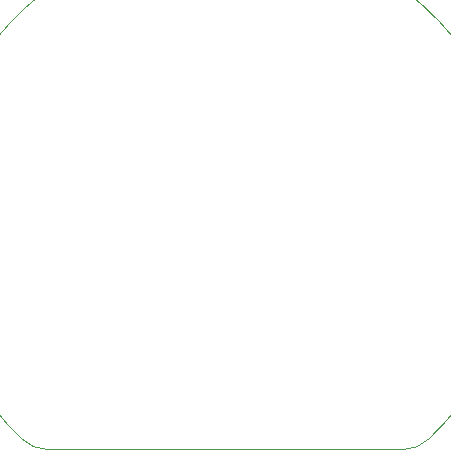
<source format=gm1>
G04*
G04 #@! TF.GenerationSoftware,Altium Limited,Altium Designer,24.4.1 (13)*
G04*
G04 Layer_Color=16711935*
%FSLAX44Y44*%
%MOMM*%
G71*
G04*
G04 #@! TF.SameCoordinates,36E66750-E4A1-4D4F-82B0-1BBA9B0B1F2C*
G04*
G04*
G04 #@! TF.FilePolarity,Positive*
G04*
G01*
G75*
%ADD11C,0.1000*%
D11*
X-172213Y-181213D02*
G03*
X-151000Y-190000I21213J21213D01*
G01*
X172219Y-181220D02*
G03*
X-171873Y-181548I-172219J181220D01*
G01*
X151000Y-190000D02*
G03*
X172213Y-181213I0J30000D01*
G01*
X-151000Y-190000D02*
X151000D01*
M02*

</source>
